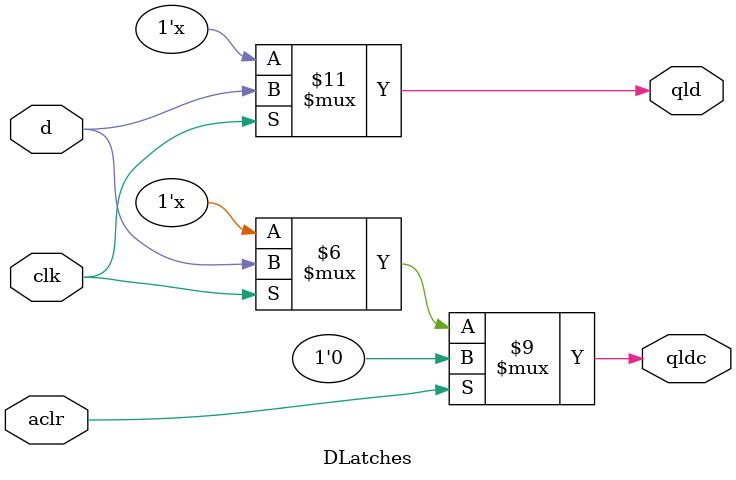
<source format=v>
/***************************************************
* File: d_latch.v
* Author: Andrei Belov
* Class: EE 271
* Module: DLatches
* Description: syncronous and asyncronous D latches
****************************************************/

// D latches
//
module DLatches(d, clk, aclr, qldc, qld);
    input d, clk, aclr;
    output reg qldc, qld;

    // syncronous d-latch
    always @(clk or d)   // no posedge!
        begin
            if (clk == 1) qld <= d;
        end

    // asyncronous d-latch
    always @(clk or d or aclr)
        // note d is on the sensitivity list
        begin
            if (aclr == 1) qldc <= 0;
            else if (clk == 1) qldc <= d;
        end
endmodule // DLatches
</source>
